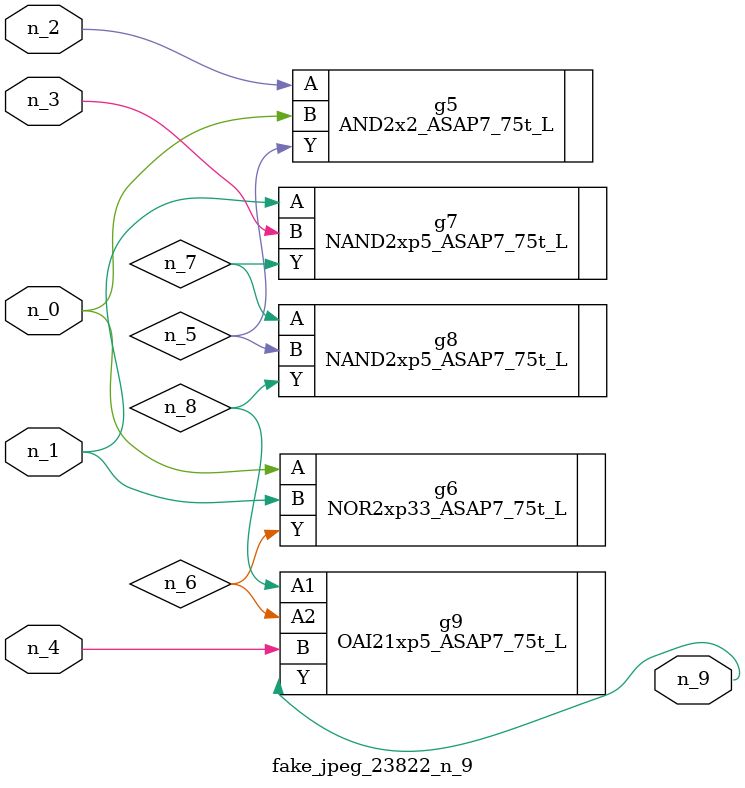
<source format=v>
module fake_jpeg_23822_n_9 (n_3, n_2, n_1, n_0, n_4, n_9);

input n_3;
input n_2;
input n_1;
input n_0;
input n_4;

output n_9;

wire n_8;
wire n_6;
wire n_5;
wire n_7;

AND2x2_ASAP7_75t_L g5 ( 
.A(n_2),
.B(n_0),
.Y(n_5)
);

NOR2xp33_ASAP7_75t_L g6 ( 
.A(n_0),
.B(n_1),
.Y(n_6)
);

NAND2xp5_ASAP7_75t_L g7 ( 
.A(n_1),
.B(n_3),
.Y(n_7)
);

NAND2xp5_ASAP7_75t_L g8 ( 
.A(n_7),
.B(n_5),
.Y(n_8)
);

OAI21xp5_ASAP7_75t_L g9 ( 
.A1(n_8),
.A2(n_6),
.B(n_4),
.Y(n_9)
);


endmodule
</source>
